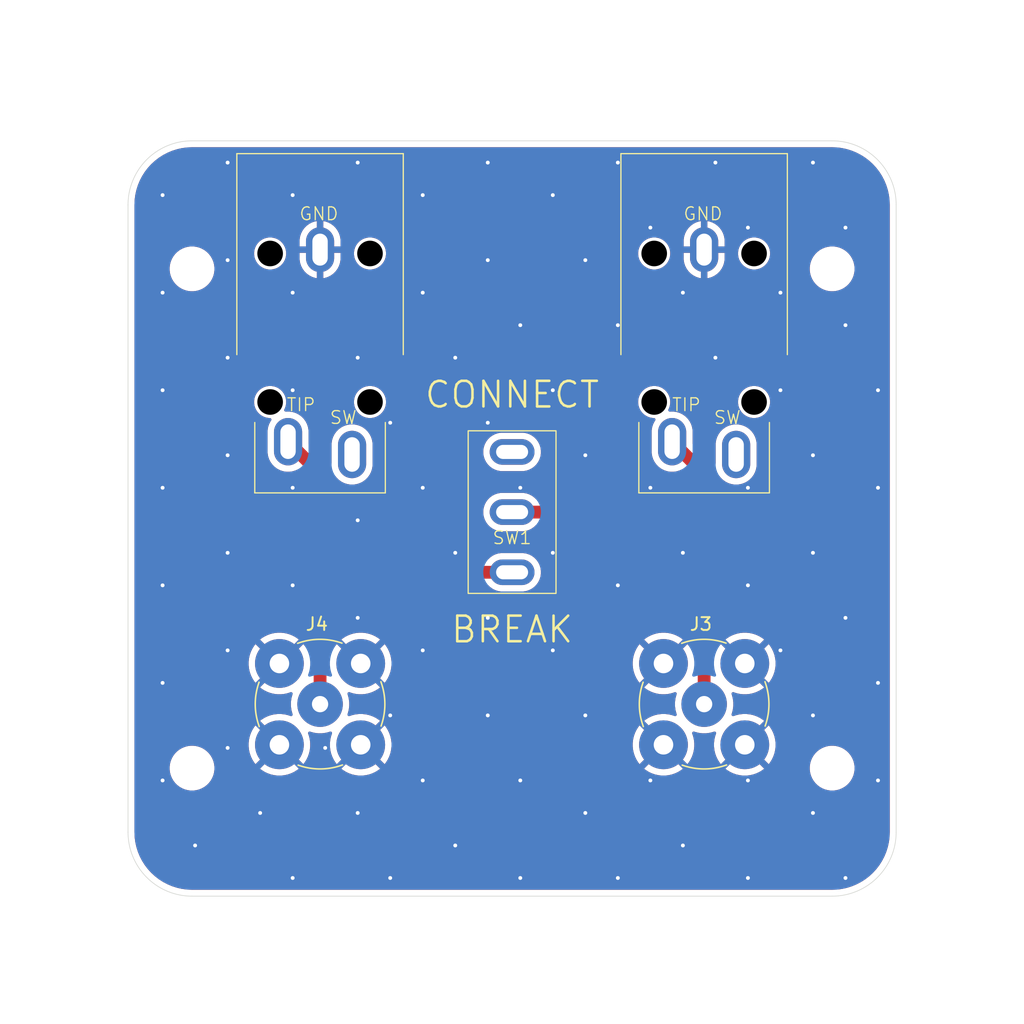
<source format=kicad_pcb>
(kicad_pcb (version 20241229) (generator "pcbnew") (generator_version "9.0")
  (layers (0 "F.Cu" jumper) (2 "B.Cu" signal) (13 "F.Paste" user) (15 "B.Paste" user) (5 "F.SilkS" user "F.Silkscreen") (7 "B.SilkS" user "B.Silkscreen") (1 "F.Mask" user) (3 "B.Mask" user) (25 "Edge.Cuts" user))
  (net 0 "")
  (net 1 "GND")
  (net 2 "SIG1")
  (net 5 "SIG2")
  (footprint "MountingHole:MountingHole_3mm" (layer "F.Cu") (at 125 120)
    (property "Reference" "H4" (hide yes))
    (property "Value" "MountingHole" (hide yes))
    (pad "" np_thru_hole circle (at 0 0) (size 3 3) (drill 3) (layers "*.Cu" "*.Mask"))
  )
  (footprint "MountingHole:MountingHole_3mm" (layer "F.Cu") (at 125 81)
    (property "Reference" "H2" (hide yes))
    (property "Value" "MountingHole" (hide yes))
    (pad "" np_thru_hole circle (at 0 0) (size 3 3) (drill 3) (layers "*.Cu" "*.Mask"))
  )
  (footprint "Connector_Coaxial:BNC_TEConnectivity_1478204_Vertical" (layer "F.Cu") (at 115 115)
    (property "Reference" "J3" (at -0.25 -6.25 0) (layer "F.SilkS"))
    (property "Value" "Conn_Coaxial")
    (fp_arc (start -4.75 1.75) (mid -5.062075 0.019867) (end -4.763589 -1.712663) (stroke (width 0.12)) (layer "F.SilkS"))
    (fp_arc (start -1.75 -4.75) (mid -0.019867 -5.062075) (end 1.712663 -4.763589) (stroke (width 0.12)) (layer "F.SilkS"))
    (fp_arc (start 1.75 4.75) (mid 0.019867 5.062075) (end -1.712663 4.763589) (stroke (width 0.12)) (layer "F.SilkS"))
    (fp_arc (start 4.75 -1.75) (mid 5.062075 -0.019867) (end 4.763589 1.712663) (stroke (width 0.12)) (layer "F.SilkS"))
    (pad "1" thru_hole circle (at 0 0) (size 3.556 3.556) (drill 1.27) (layers "*.Cu" "*.Mask") (net 2 "SIG1"))
    (pad "2" thru_hole circle (at -3.175 -3.175) (size 3.81 3.81) (drill 1.524) (layers "*.Cu" "*.Mask") (net 1 "GND"))
    (pad "2" thru_hole circle (at -3.175 3.175) (size 3.81 3.81) (drill 1.524) (layers "*.Cu" "*.Mask") (net 1 "GND"))
    (pad "2" thru_hole circle (at 3.175 -3.175) (size 3.81 3.81) (drill 1.524) (layers "*.Cu" "*.Mask") (net 1 "GND"))
    (pad "2" thru_hole circle (at 3.175 3.175) (size 3.81 3.81) (drill 1.524) (layers "*.Cu" "*.Mask") (net 1 "GND"))
  )
  (footprint "Mylib:Tayda Toggle SPDT" (layer "F.Cu") (at 100 100 90)
    (property "Reference" "SW1" (at -2 0 0) (layer "F.SilkS") (effects (font (thickness 0.1))))
    (property "Value" "SW_SPDT")
    (fp_rect (start -6.35 -3.43) (end 6.35 3.43) (stroke (width 0.1)) (fill no) (layer "F.SilkS"))
    (pad "1" thru_hole oval (at -4.7 0 90) (size 2 3.5) (drill oval 1.1 2.5) (layers "*.Cu" "*.Mask") (net 5 "SIG2"))
    (pad "2" thru_hole oval (at 0 0 90) (size 2 3.5) (drill oval 1.1 2.5) (layers "*.Cu" "*.Mask") (net 2 "SIG1"))
    (pad "3" thru_hole oval (at 4.7 0 90) (size 2 3.5) (drill oval 1.1 2.5) (layers "*.Cu" "*.Mask"))
  )
  (footprint "Mylib:CK-6.35" (layer "F.Cu") (at 115 79.5 -90)
    (property "Reference" "J1" (hide yes))
    (property "Value" "AudioJack2_Ground")
    (fp_line (start -7.5 6.5) (end 8.2 6.5) (stroke (width 0.1)) (layer "F.SilkS"))
    (fp_line (start 19 5.1) (end 13.5 5.1) (stroke (width 0.1)) (layer "F.SilkS"))
    (fp_line (start 13.5 -5.1) (end 19 -5.1) (stroke (width 0.1)) (layer "F.SilkS"))
    (fp_line (start 19 -5.1) (end 19 5.1) (stroke (width 0.1)) (layer "F.SilkS"))
    (fp_line (start -7.5 -6.5) (end -7.5 6.5) (stroke (width 0.1)) (layer "F.SilkS"))
    (fp_line (start -7.5 -6.5) (end 8.2 -6.5) (stroke (width 0.1)) (layer "F.SilkS"))
    (fp_text user "SW" (at 13.7 -0.7 0) (layer "F.SilkS") (effects (font (thickness 0.1)) (justify left bottom)))
    (fp_text user "GND" (at -2.8 -1.5 0) (layer "F.SilkS") (effects (font (thickness 0.1)) (justify right)))
    (fp_text user "TIP" (at 12.7 0.2 0) (layer "F.SilkS") (effects (font (thickness 0.1)) (justify right bottom)))
    (pad "" np_thru_hole circle (at 0.3 -3.9 270) (size 2.54 2.54) (drill 2) (layers "*.Mask"))
    (pad "" np_thru_hole circle (at 0.3 3.9 270) (size 2.54 2.54) (drill 2) (layers "*.Mask"))
    (pad "" np_thru_hole circle (at 11.9 -3.9 270) (size 2.54 2.54) (drill 2) (layers "*.Mask"))
    (pad "" np_thru_hole circle (at 11.9 3.9 270) (size 2.54 2.54) (drill 2) (layers "*.Mask"))
    (pad "G" thru_hole oval (at 0 0 270) (size 3.5 2.2) (drill oval 2.5 1.2) (layers "*.Cu" "*.Mask") (net 1 "GND"))
    (pad "S" thru_hole oval (at 16 -2.5 270) (size 3.7 2.2) (drill oval 2.7 1.2) (layers "*.Cu" "*.Mask"))
    (pad "T" thru_hole oval (at 15 2.5 270) (size 3.7 2.2) (drill oval 2.7 1.2) (layers "*.Cu" "*.Mask") (net 2 "SIG1"))
  )
  (footprint "Mylib:CK-6.35" (layer "F.Cu") (at 85 79.5 -90)
    (property "Reference" "J2" (hide yes))
    (property "Value" "AudioJack2_Ground")
    (fp_line (start -7.5 6.5) (end 8.2 6.5) (stroke (width 0.1)) (layer "F.SilkS"))
    (fp_line (start 19 5.1) (end 13.5 5.1) (stroke (width 0.1)) (layer "F.SilkS"))
    (fp_line (start 13.5 -5.1) (end 19 -5.1) (stroke (width 0.1)) (layer "F.SilkS"))
    (fp_line (start 19 -5.1) (end 19 5.1) (stroke (width 0.1)) (layer "F.SilkS"))
    (fp_line (start -7.5 -6.5) (end -7.5 6.5) (stroke (width 0.1)) (layer "F.SilkS"))
    (fp_line (start -7.5 -6.5) (end 8.2 -6.5) (stroke (width 0.1)) (layer "F.SilkS"))
    (fp_text user "TIP" (at 12.7 0.3 0) (layer "F.SilkS") (effects (font (thickness 0.1)) (justify right bottom)))
    (fp_text user "SW" (at 13.7 -0.7 0) (layer "F.SilkS") (effects (font (thickness 0.1)) (justify left bottom)))
    (fp_text user "GND" (at -2.8 -1.5 0) (layer "F.SilkS") (effects (font (thickness 0.1)) (justify right)))
    (pad "" np_thru_hole circle (at 0.3 -3.9 270) (size 2.54 2.54) (drill 2) (layers "*.Mask"))
    (pad "" np_thru_hole circle (at 0.3 3.9 270) (size 2.54 2.54) (drill 2) (layers "*.Mask"))
    (pad "" np_thru_hole circle (at 11.9 -3.9 270) (size 2.54 2.54) (drill 2) (layers "*.Mask"))
    (pad "" np_thru_hole circle (at 11.9 3.9 270) (size 2.54 2.54) (drill 2) (layers "*.Mask"))
    (pad "G" thru_hole oval (at 0 0 270) (size 3.5 2.2) (drill oval 2.5 1.2) (layers "*.Cu" "*.Mask") (net 1 "GND"))
    (pad "S" thru_hole oval (at 16 -2.5 270) (size 3.7 2.2) (drill oval 2.7 1.2) (layers "*.Cu" "*.Mask"))
    (pad "T" thru_hole oval (at 15 2.5 270) (size 3.7 2.2) (drill oval 2.7 1.2) (layers "*.Cu" "*.Mask") (net 5 "SIG2"))
  )
  (footprint "MountingHole:MountingHole_3mm" (layer "F.Cu") (at 75 81)
    (property "Reference" "H1" (hide yes))
    (property "Value" "MountingHole" (hide yes))
    (pad "" np_thru_hole circle (at 0 0) (size 3 3) (drill 3) (layers "*.Cu" "*.Mask"))
  )
  (footprint "MountingHole:MountingHole_3mm" (layer "F.Cu") (at 75 120)
    (property "Reference" "H3" (hide yes))
    (property "Value" "MountingHole" (hide yes))
    (pad "" np_thru_hole circle (at 0 0) (size 3 3) (drill 3) (layers "*.Cu" "*.Mask"))
  )
  (footprint "Connector_Coaxial:BNC_TEConnectivity_1478204_Vertical" (layer "F.Cu") (at 85 115)
    (property "Reference" "J4" (at -0.25 -6.25 0) (layer "F.SilkS"))
    (property "Value" "Conn_Coaxial")
    (fp_arc (start -4.75 1.75) (mid -5.062075 0.019867) (end -4.763589 -1.712663) (stroke (width 0.12)) (layer "F.SilkS"))
    (fp_arc (start -1.75 -4.75) (mid -0.019867 -5.062075) (end 1.712663 -4.763589) (stroke (width 0.12)) (layer "F.SilkS"))
    (fp_arc (start 1.75 4.75) (mid 0.019867 5.062075) (end -1.712663 4.763589) (stroke (width 0.12)) (layer "F.SilkS"))
    (fp_arc (start 4.75 -1.75) (mid 5.062075 -0.019867) (end 4.763589 1.712663) (stroke (width 0.12)) (layer "F.SilkS"))
    (pad "1" thru_hole circle (at 0 0) (size 3.556 3.556) (drill 1.27) (layers "*.Cu" "*.Mask") (net 5 "SIG2"))
    (pad "2" thru_hole circle (at -3.175 -3.175) (size 3.81 3.81) (drill 1.524) (layers "*.Cu" "*.Mask") (net 1 "GND"))
    (pad "2" thru_hole circle (at -3.175 3.175) (size 3.81 3.81) (drill 1.524) (layers "*.Cu" "*.Mask") (net 1 "GND"))
    (pad "2" thru_hole circle (at 3.175 -3.175) (size 3.81 3.81) (drill 1.524) (layers "*.Cu" "*.Mask") (net 1 "GND"))
    (pad "2" thru_hole circle (at 3.175 3.175) (size 3.81 3.81) (drill 1.524) (layers "*.Cu" "*.Mask") (net 1 "GND"))
  )
  (gr_arc (start 125 71) (mid 128.535534 72.464466) (end 130 76) (stroke (width 0.05)) (layer "Edge.Cuts"))
  (gr_arc (start 70 76) (mid 71.464466 72.464466) (end 75 71) (stroke (width 0.05)) (layer "Edge.Cuts"))
  (gr_line (start 75 71) (end 125 71) (stroke (width 0.05)) (layer "Edge.Cuts"))
  (gr_line (start 70 125) (end 70 76) (stroke (width 0.05)) (layer "Edge.Cuts"))
  (gr_line (start 130 76) (end 130 125) (stroke (width 0.05)) (layer "Edge.Cuts"))
  (gr_arc (start 130 125) (mid 128.535534 128.535534) (end 125 130) (stroke (width 0.05)) (layer "Edge.Cuts"))
  (gr_line (start 125 130) (end 75 130) (stroke (width 0.05)) (layer "Edge.Cuts"))
  (gr_arc (start 75 130) (mid 71.464466 128.535534) (end 70 125) (stroke (width 0.05)) (layer "Edge.Cuts"))
  (gr_text "CONNECT" (at 100 92 0) (layer "F.SilkS") (effects (font (size 2 2) (thickness 0.2)) (justify bottom)))
  (gr_text "BREAK" (at 100 108 0) (layer "F.SilkS") (effects (font (size 2 2) (thickness 0.2)) (justify top)))
  (via (at 123.5 95.56) (size 0.6) (drill 0.3) (layers "F.Cu" "B.Cu") (net 1))
  (via (at 108.26 105.72) (size 0.6) (drill 0.3) (layers "F.Cu" "B.Cu") (net 1))
  (via (at 93.02 98.1) (size 0.6) (drill 0.3) (layers "F.Cu" "B.Cu") (net 1))
  (via (at 103.18 75.24) (size 0.6) (drill 0.3) (layers "F.Cu" "B.Cu") (net 1))
  (via (at 82.86 98.1) (size 0.6) (drill 0.3) (layers "F.Cu" "B.Cu") (net 1))
  (via (at 75.24 126.04) (size 0.6) (drill 0.3) (layers "F.Cu" "B.Cu") (net 1))
  (via (at 113.34 82.86) (size 0.6) (drill 0.3) (layers "F.Cu" "B.Cu") (net 1))
  (via (at 128.58 113.34) (size 0.6) (drill 0.3) (layers "F.Cu" "B.Cu") (net 1))
  (via (at 72.7 105.72) (size 0.6) (drill 0.3) (layers "F.Cu" "B.Cu") (net 1))
  (via (at 82.86 75.24) (size 0.6) (drill 0.3) (layers "F.Cu" "B.Cu") (net 1))
  (via (at 82.86 128.58) (size 0.6) (drill 0.3) (layers "F.Cu" "B.Cu") (net 1))
  (via (at 77.78 72.7) (size 0.6) (drill 0.3) (layers "F.Cu" "B.Cu") (net 1))
  (via (at 110.8 77.78) (size 0.6) (drill 0.3) (layers "F.Cu" "B.Cu") (net 1))
  (via (at 105.72 115.88) (size 0.6) (drill 0.3) (layers "F.Cu" "B.Cu") (net 1))
  (via (at 98.1 80.32) (size 0.6) (drill 0.3) (layers "F.Cu" "B.Cu") (net 1))
  (via (at 120.96 110.8) (size 0.6) (drill 0.3) (layers "F.Cu" "B.Cu") (net 1))
  (via (at 118.42 128.58) (size 0.6) (drill 0.3) (layers "F.Cu" "B.Cu") (net 1))
  (via (at 118.42 77.78) (size 0.6) (drill 0.3) (layers "F.Cu" "B.Cu") (net 1))
  (via (at 77.78 80.32) (size 0.6) (drill 0.3) (layers "F.Cu" "B.Cu") (net 1))
  (via (at 87.94 123.5) (size 0.6) (drill 0.3) (layers "F.Cu" "B.Cu") (net 1))
  (via (at 98.1 115.88) (size 0.6) (drill 0.3) (layers "F.Cu" "B.Cu") (net 1))
  (via (at 103.18 103.18) (size 0.6) (drill 0.3) (layers "F.Cu" "B.Cu") (net 1))
  (via (at 126.04 77.78) (size 0.6) (drill 0.3) (layers "F.Cu" "B.Cu") (net 1))
  (via (at 108.26 85.4) (size 0.6) (drill 0.3) (layers "F.Cu" "B.Cu") (net 1))
  (via (at 72.7 82.86) (size 0.6) (drill 0.3) (layers "F.Cu" "B.Cu") (net 1))
  (via (at 123.5 123.5) (size 0.6) (drill 0.3) (layers "F.Cu" "B.Cu") (net 1))
  (via (at 82.86 105.72) (size 0.6) (drill 0.3) (layers "F.Cu" "B.Cu") (net 1))
  (via (at 118.42 105.72) (size 0.6) (drill 0.3) (layers "F.Cu" "B.Cu") (net 1))
  (via (at 108.26 128.58) (size 0.6) (drill 0.3) (layers "F.Cu" "B.Cu") (net 1))
  (via (at 118.42 120.96) (size 0.6) (drill 0.3) (layers "F.Cu" "B.Cu") (net 1))
  (via (at 126.04 85.4) (size 0.6) (drill 0.3) (layers "F.Cu" "B.Cu") (net 1))
  (via (at 87.94 72.7) (size 0.6) (drill 0.3) (layers "F.Cu" "B.Cu") (net 1))
  (via (at 126.04 108.26) (size 0.6) (drill 0.3) (layers "F.Cu" "B.Cu") (net 1))
  (via (at 105.72 123.5) (size 0.6) (drill 0.3) (layers "F.Cu" "B.Cu") (net 1))
  (via (at 93.02 82.86) (size 0.6) (drill 0.3) (layers "F.Cu" "B.Cu") (net 1))
  (via (at 115.88 87.94) (size 0.6) (drill 0.3) (layers "F.Cu" "B.Cu") (net 1))
  (via (at 100.64 85.4) (size 0.6) (drill 0.3) (layers "F.Cu" "B.Cu") (net 1))
  (via (at 72.7 75.24) (size 0.6) (drill 0.3) (layers "F.Cu" "B.Cu") (net 1))
  (via (at 93.02 75.24) (size 0.6) (drill 0.3) (layers "F.Cu" "B.Cu") (net 1))
  (via (at 95.56 87.94) (size 0.6) (drill 0.3) (layers "F.Cu" "B.Cu") (net 1))
  (via (at 108.26 72.7) (size 0.6) (drill 0.3) (layers "F.Cu" "B.Cu") (net 1))
  (via (at 113.34 103.18) (size 0.6) (drill 0.3) (layers "F.Cu" "B.Cu") (net 1))
  (via (at 87.94 87.94) (size 0.6) (drill 0.3) (layers "F.Cu" "B.Cu") (net 1))
  (via (at 100.64 120.96) (size 0.6) (drill 0.3) (layers "F.Cu" "B.Cu") (net 1))
  (via (at 98.1 72.7) (size 0.6) (drill 0.3) (layers "F.Cu" "B.Cu") (net 1))
  (via (at 95.56 103.18) (size 0.6) (drill 0.3) (layers "F.Cu" "B.Cu") (net 1))
  (via (at 72.7 90.48) (size 0.6) (drill 0.3) (layers "F.Cu" "B.Cu") (net 1))
  (via (at 110.8 120.96) (size 0.6) (drill 0.3) (layers "F.Cu" "B.Cu") (net 1))
  (via (at 95.56 126.04) (size 0.6) (drill 0.3) (layers "F.Cu" "B.Cu") (net 1))
  (via (at 126.04 128.58) (size 0.6) (drill 0.3) (layers "F.Cu" "B.Cu") (net 1))
  (via (at 110.8 98.1) (size 0.6) (drill 0.3) (layers "F.Cu" "B.Cu") (net 1))
  (via (at 72.7 120.96) (size 0.6) (drill 0.3) (layers "F.Cu" "B.Cu") (net 1))
  (via (at 77.78 103.18) (size 0.6) (drill 0.3) (layers "F.Cu" "B.Cu") (net 1))
  (via (at 80.32 123.5) (size 0.6) (drill 0.3) (layers "F.Cu" "B.Cu") (net 1))
  (via (at 118.42 98.1) (size 0.6) (drill 0.3) (layers "F.Cu" "B.Cu") (net 1))
  (via (at 90.48 93.02) (size 0.6) (drill 0.3) (layers "F.Cu" "B.Cu") (net 1))
  (via (at 123.5 115.88) (size 0.6) (drill 0.3) (layers "F.Cu" "B.Cu") (net 1))
  (via (at 128.58 98.1) (size 0.6) (drill 0.3) (layers "F.Cu" "B.Cu") (net 1))
  (via (at 100.64 128.58) (size 0.6) (drill 0.3) (layers "F.Cu" "B.Cu") (net 1))
  (via (at 103.18 90.48) (size 0.6) (drill 0.3) (layers "F.Cu" "B.Cu") (net 1))
  (via (at 123.5 72.7) (size 0.6) (drill 0.3) (layers "F.Cu" "B.Cu") (net 1))
  (via (at 87.94 108.26) (size 0.6) (drill 0.3) (layers "F.Cu" "B.Cu") (net 1))
  (via (at 90.48 115.88) (size 0.6) (drill 0.3) (layers "F.Cu" "B.Cu") (net 1))
  (via (at 120.96 90.48) (size 0.6) (drill 0.3) (layers "F.Cu" "B.Cu") (net 1))
  (via (at 105.72 95.56) (size 0.6) (drill 0.3) (layers "F.Cu" "B.Cu") (net 1))
  (via (at 93.02 110.8) (size 0.6) (drill 0.3) (layers "F.Cu" "B.Cu") (net 1))
  (via (at 123.5 103.18) (size 0.6) (drill 0.3) (layers "F.Cu" "B.Cu") (net 1))
  (via (at 98.1 93.02) (size 0.6) (drill 0.3) (layers "F.Cu" "B.Cu") (net 1))
  (via (at 93.02 120.96) (size 0.6) (drill 0.3) (layers "F.Cu" "B.Cu") (net 1))
  (via (at 115.88 72.7) (size 0.6) (drill 0.3) (layers "F.Cu" "B.Cu") (net 1))
  (via (at 100.64 98.1) (size 0.6) (drill 0.3) (layers "F.Cu" "B.Cu") (net 1))
  (via (at 87.94 100.64) (size 0.6) (drill 0.3) (layers "F.Cu" "B.Cu") (net 1))
  (via (at 77.78 87.94) (size 0.6) (drill 0.3) (layers "F.Cu" "B.Cu") (net 1))
  (via (at 77.78 110.8) (size 0.6) (drill 0.3) (layers "F.Cu" "B.Cu") (net 1))
  (via (at 85.4 118.42) (size 0.6) (drill 0.3) (layers "F.Cu" "B.Cu") (net 1))
  (via (at 82.86 90.48) (size 0.6) (drill 0.3) (layers "F.Cu" "B.Cu") (net 1))
  (via (at 77.78 118.42) (size 0.6) (drill 0.3) (layers "F.Cu" "B.Cu") (net 1))
  (via (at 98.1 108.26) (size 0.6) (drill 0.3) (layers "F.Cu" "B.Cu") (net 1))
  (via (at 128.58 120.96) (size 0.6) (drill 0.3) (layers "F.Cu" "B.Cu") (net 1))
  (via (at 120.96 82.86) (size 0.6) (drill 0.3) (layers "F.Cu" "B.Cu") (net 1))
  (via (at 82.86 82.86) (size 0.6) (drill 0.3) (layers "F.Cu" "B.Cu") (net 1))
  (via (at 113.34 126.04) (size 0.6) (drill 0.3) (layers "F.Cu" "B.Cu") (net 1))
  (via (at 128.58 90.48) (size 0.6) (drill 0.3) (layers "F.Cu" "B.Cu") (net 1))
  (via (at 72.7 98.1) (size 0.6) (drill 0.3) (layers "F.Cu" "B.Cu") (net 1))
  (via (at 105.72 80.32) (size 0.6) (drill 0.3) (layers "F.Cu" "B.Cu") (net 1))
  (via (at 103.18 110.8) (size 0.6) (drill 0.3) (layers "F.Cu" "B.Cu") (net 1))
  (via (at 77.78 95.56) (size 0.6) (drill 0.3) (layers "F.Cu" "B.Cu") (net 1))
  (via (at 72.7 113.34) (size 0.6) (drill 0.3) (layers "F.Cu" "B.Cu") (net 1))
  (via (at 90.48 128.58) (size 0.6) (drill 0.3) (layers "F.Cu" "B.Cu") (net 1))
  (segment (start 115 97) (end 112.5 94.5) (width 1) (layer "F.Cu") (net 2))
  (segment (start 115 115) (end 115 100) (width 1) (layer "F.Cu") (net 2))
  (segment (start 115 100) (end 115 97) (width 1) (layer "F.Cu") (net 2))
  (segment (start 115 100) (end 100 100) (width 1) (layer "F.Cu") (net 2))
  (segment (start 85 115) (end 85 105) (width 1) (layer "F.Cu") (net 5))
  (segment (start 85.3 104.7) (end 85 105) (width 1) (layer "F.Cu") (net 5))
  (segment (start 85 97) (end 82.5 94.5) (width 1) (layer "F.Cu") (net 5))
  (segment (start 100 104.7) (end 85.3 104.7) (width 1) (layer "F.Cu") (net 5))
  (segment (start 85 105) (end 85 97) (width 1) (layer "F.Cu") (net 5))
  (zone (net 1) (net_name "GND") (layers "F.Cu" "B.Cu") (connect_pads (clearance 0.5)) (min_thickness 0.25) (fill yes (thermal_gap 0.5) (thermal_bridge_width 0.5) (smoothing fillet) (radius 1))
    (polygon (pts (xy 60 60) (xy 140 60) (xy 140 140) (xy 60 140)))
  )
)
</source>
